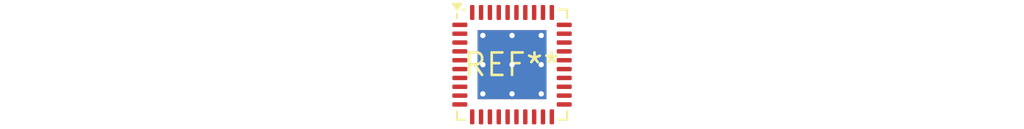
<source format=kicad_pcb>
(kicad_pcb (version 20240108) (generator pcbnew)
  (layers (0 "F.Cu" signal) (31 "B.Cu" signal) (34 "B.Paste" user) (35 "F.Paste" user) (36 "B.SilkS" user "B.Silkscreen") (37 "F.SilkS" user "F.Silkscreen") (38 "B.Mask" user) (39 "F.Mask" user) (44 "Edge.Cuts" user))
  (net 0 "")
  (footprint "LFCSP-40-1EP_6x6mm_P0.5mm_EP3.9x3.9mm_ThermalVias" (layer "F.Cu") (at 0 0)
    (property "Reference" "REF**")
    (property "Value" "LFCSP-40-1EP_6x6mm_P0.5mm_EP3.9x3.9mm_ThermalVias")
    (fp_line (start -3.11 -2.635) (end -3.11 -2.87) (layer "F.SilkS") (stroke (width 0.12)))
    (fp_line (start -3.11 3.11) (end -3.11 2.635) (layer "F.SilkS") (stroke (width 0.12)))
    (fp_line (start -2.635 -3.11) (end -2.81 -3.11) (layer "F.SilkS") (stroke (width 0.12)))
    (fp_line (start -2.635 3.11) (end -3.11 3.11) (layer "F.SilkS") (stroke (width 0.12)))
    (fp_line (start 2.635 -3.11) (end 3.11 -3.11) (layer "F.SilkS") (stroke (width 0.12)))
    (fp_line (start 2.635 3.11) (end 3.11 3.11) (layer "F.SilkS") (stroke (width 0.12)))
    (fp_line (start 3.11 -3.11) (end 3.11 -2.635) (layer "F.SilkS") (stroke (width 0.12)))
    (fp_line (start 3.11 3.11) (end 3.11 2.635) (layer "F.SilkS") (stroke (width 0.12)))
    (fp_poly (pts (xy -3.11 -3.11) (xy -3.35 -3.44) (xy -2.87 -3.44) (xy -3.11 -3.11)) (layer "F.SilkS") (stroke (width 0.12)) (fill solid))
    (pad "1" smd roundrect (at -2.95 -2.25) (size 0.85 0.25) (layers "F.Cu" "F.Paste" "F.Mask"))
    (pad "2" smd roundrect (at -2.95 -1.75) (size 0.85 0.25) (layers "F.Cu" "F.Paste" "F.Mask"))
    (pad "3" smd roundrect (at -2.95 -1.25) (size 0.85 0.25) (layers "F.Cu" "F.Paste" "F.Mask"))
    (pad "4" smd roundrect (at -2.95 -0.75) (size 0.85 0.25) (layers "F.Cu" "F.Paste" "F.Mask"))
    (pad "5" smd roundrect (at -2.95 -0.25) (size 0.85 0.25) (layers "F.Cu" "F.Paste" "F.Mask"))
    (pad "6" smd roundrect (at -2.95 0.25) (size 0.85 0.25) (layers "F.Cu" "F.Paste" "F.Mask"))
    (pad "7" smd roundrect (at -2.95 0.75) (size 0.85 0.25) (layers "F.Cu" "F.Paste" "F.Mask"))
    (pad "8" smd roundrect (at -2.95 1.25) (size 0.85 0.25) (layers "F.Cu" "F.Paste" "F.Mask"))
    (pad "9" smd roundrect (at -2.95 1.75) (size 0.85 0.25) (layers "F.Cu" "F.Paste" "F.Mask"))
    (pad "10" smd roundrect (at -2.95 2.25) (size 0.85 0.25) (layers "F.Cu" "F.Paste" "F.Mask"))
    (pad "11" smd roundrect (at -2.25 2.95) (size 0.25 0.85) (layers "F.Cu" "F.Paste" "F.Mask"))
    (pad "12" smd roundrect (at -1.75 2.95) (size 0.25 0.85) (layers "F.Cu" "F.Paste" "F.Mask"))
    (pad "13" smd roundrect (at -1.25 2.95) (size 0.25 0.85) (layers "F.Cu" "F.Paste" "F.Mask"))
    (pad "14" smd roundrect (at -0.75 2.95) (size 0.25 0.85) (layers "F.Cu" "F.Paste" "F.Mask"))
    (pad "15" smd roundrect (at -0.25 2.95) (size 0.25 0.85) (layers "F.Cu" "F.Paste" "F.Mask"))
    (pad "16" smd roundrect (at 0.25 2.95) (size 0.25 0.85) (layers "F.Cu" "F.Paste" "F.Mask"))
    (pad "17" smd roundrect (at 0.75 2.95) (size 0.25 0.85) (layers "F.Cu" "F.Paste" "F.Mask"))
    (pad "18" smd roundrect (at 1.25 2.95) (size 0.25 0.85) (layers "F.Cu" "F.Paste" "F.Mask"))
    (pad "19" smd roundrect (at 1.75 2.95) (size 0.25 0.85) (layers "F.Cu" "F.Paste" "F.Mask"))
    (pad "20" smd roundrect (at 2.25 2.95) (size 0.25 0.85) (layers "F.Cu" "F.Paste" "F.Mask"))
    (pad "21" smd roundrect (at 2.95 2.25) (size 0.85 0.25) (layers "F.Cu" "F.Paste" "F.Mask"))
    (pad "22" smd roundrect (at 2.95 1.75) (size 0.85 0.25) (layers "F.Cu" "F.Paste" "F.Mask"))
    (pad "23" smd roundrect (at 2.95 1.25) (size 0.85 0.25) (layers "F.Cu" "F.Paste" "F.Mask"))
    (pad "24" smd roundrect (at 2.95 0.75) (size 0.85 0.25) (layers "F.Cu" "F.Paste" "F.Mask"))
    (pad "25" smd roundrect (at 2.95 0.25) (size 0.85 0.25) (layers "F.Cu" "F.Paste" "F.Mask"))
    (pad "26" smd roundrect (at 2.95 -0.25) (size 0.85 0.25) (layers "F.Cu" "F.Paste" "F.Mask"))
    (pad "27" smd roundrect (at 2.95 -0.75) (size 0.85 0.25) (layers "F.Cu" "F.Paste" "F.Mask"))
    (pad "28" smd roundrect (at 2.95 -1.25) (size 0.85 0.25) (layers "F.Cu" "F.Paste" "F.Mask"))
    (pad "29" smd roundrect (at 2.95 -1.75) (size 0.85 0.25) (layers "F.Cu" "F.Paste" "F.Mask"))
    (pad "30" smd roundrect (at 2.95 -2.25) (size 0.85 0.25) (layers "F.Cu" "F.Paste" "F.Mask"))
    (pad "31" smd roundrect (at 2.25 -2.95) (size 0.25 0.85) (layers "F.Cu" "F.Paste" "F.Mask"))
    (pad "32" smd roundrect (at 1.75 -2.95) (size 0.25 0.85) (layers "F.Cu" "F.Paste" "F.Mask"))
    (pad "33" smd roundrect (at 1.25 -2.95) (size 0.25 0.85) (layers "F.Cu" "F.Paste" "F.Mask"))
    (pad "34" smd roundrect (at 0.75 -2.95) (size 0.25 0.85) (layers "F.Cu" "F.Paste" "F.Mask"))
    (pad "35" smd roundrect (at 0.25 -2.95) (size 0.25 0.85) (layers "F.Cu" "F.Paste" "F.Mask"))
    (pad "36" smd roundrect (at -0.25 -2.95) (size 0.25 0.85) (layers "F.Cu" "F.Paste" "F.Mask"))
    (pad "37" smd roundrect (at -0.75 -2.95) (size 0.25 0.85) (layers "F.Cu" "F.Paste" "F.Mask"))
    (pad "38" smd roundrect (at -1.25 -2.95) (size 0.25 0.85) (layers "F.Cu" "F.Paste" "F.Mask"))
    (pad "39" smd roundrect (at -1.75 -2.95) (size 0.25 0.85) (layers "F.Cu" "F.Paste" "F.Mask"))
    (pad "40" smd roundrect (at -2.25 -2.95) (size 0.25 0.85) (layers "F.Cu" "F.Paste" "F.Mask"))
    (pad "41" thru_hole circle (at -1.65 -1.65) (size 0.6 0.6) (drill 0.3) (property pad_prop_heatsink) (layers *.Cu) (remove_unused_layers))
    (pad "41" thru_hole circle (at -1.65 0) (size 0.6 0.6) (drill 0.3) (property pad_prop_heatsink) (layers *.Cu) (remove_unused_layers))
    (pad "41" thru_hole circle (at -1.65 1.65) (size 0.6 0.6) (drill 0.3) (property pad_prop_heatsink) (layers *.Cu) (remove_unused_layers))
    (pad "41" thru_hole circle (at 0 -1.65) (size 0.6 0.6) (drill 0.3) (property pad_prop_heatsink) (layers *.Cu) (remove_unused_layers))
    (pad "41" thru_hole circle (at 0 0) (size 0.6 0.6) (drill 0.3) (property pad_prop_heatsink) (layers *.Cu) (remove_unused_layers))
    (pad "41" smd rect (at 0 0) (size 3.9 3.9) (property pad_prop_heatsink) (layers "F.Cu" "F.Mask"))
    (pad "41" smd rect (at 0 0) (size 3.9 3.9) (property pad_prop_heatsink) (layers "B.Cu"))
    (pad "41" thru_hole circle (at 0 1.65) (size 0.6 0.6) (drill 0.3) (property pad_prop_heatsink) (layers *.Cu) (remove_unused_layers))
    (pad "41" thru_hole circle (at 1.65 -1.65) (size 0.6 0.6) (drill 0.3) (property pad_prop_heatsink) (layers *.Cu) (remove_unused_layers))
    (pad "41" thru_hole circle (at 1.65 0) (size 0.6 0.6) (drill 0.3) (property pad_prop_heatsink) (layers *.Cu) (remove_unused_layers))
    (pad "41" thru_hole circle (at 1.65 1.65) (size 0.6 0.6) (drill 0.3) (property pad_prop_heatsink) (layers *.Cu) (remove_unused_layers))
  )
)
</source>
